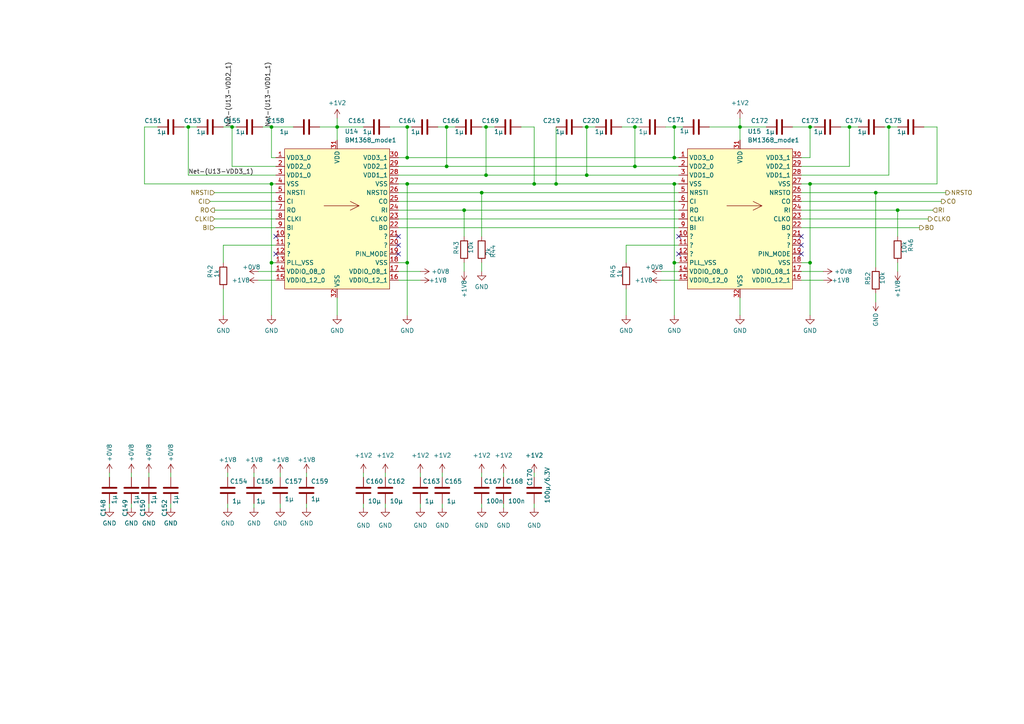
<source format=kicad_sch>
(kicad_sch (version 20231120) (generator "eeschema") (generator_version "8.0")
  (paper "A4")
  (lib_symbols
    (symbol "Device:C" (pin_numbers hide) (pin_names (offset 0.254))
      (property "Reference" "C" (at 0.635 2.54 0))
      (property "Value" "C" (at 0.635 -2.54 0))
      (symbol "C_0_1"
        (polyline (pts (xy -2.032 -0.762) (xy 2.032 -0.762)) (stroke (width 0.508)))
        (polyline (pts (xy -2.032 0.762) (xy 2.032 0.762)) (stroke (width 0.508)))
      )
      (symbol "C_1_1"
        (pin passive line (at 0 3.81 270) (length 2.794) (name "~") (number "1"))
        (pin passive line (at 0 -3.81 90) (length 2.794) (name "~") (number "2"))
      )
    )
    (symbol "Device:R" (pin_numbers hide) (pin_names (offset 0))
      (property "Reference" "R" (at 2.032 0 90))
      (property "Value" "R" (at 0 0 90))
      (symbol "R_0_1"
        (rectangle (start -1.016 -2.54) (end 1.016 2.54) (stroke (width 0.254)))
      )
      (symbol "R_1_1"
        (pin passive line (at 0 3.81 270) (length 1.27) (name "~") (number "1"))
        (pin passive line (at 0 -3.81 90) (length 1.27) (name "~") (number "2"))
      )
    )
    (symbol "GND_7" (power) (pin_names (offset 0))
      (property "Value" "GND_7" (at 0 -3.81 0))
      (symbol "GND_7_0_1"
        (polyline (pts (xy 0 0) (xy 0 -1.27) (xy 1.27 -1.27) (xy 0 -2.54) (xy -1.27 -1.27) (xy 0 -1.27)))
      )
      (symbol "GND_7_1_1"
        (pin power_in line (at 0 0 270) (length 0) hide (name "GND") (number "1"))
      )
    )
    (symbol "mylib7:+0V8" (power) (exclude_from_sim yes) (in_bom no) (on_board no)
      (property "Value" "+0V8" (at 0 3.175 90))
      (symbol "+0V8_0_1"
        (polyline (pts (xy -0.762 1.27) (xy 0 2.54)))
        (polyline (pts (xy 0 0) (xy 0 2.54)))
        (polyline (pts (xy 0 2.54) (xy 0.762 1.27)))
      )
      (symbol "+0V8_1_1"
        (pin power_in line (at 0 0 90) (length 0) hide (name "+0V8") (number "1"))
      )
    )
    (symbol "mylib7:BM1368_mode1"
      (property "Reference" "U4" (at -15.24 21.59 0))
      (property "Value" "BM1368_mode1" (at 1.905 21.59 0))
      (symbol "BM1368_mode1_0_1"
        (rectangle (start -15.24 20.32) (end 15.24 -20.32) (fill (type background)))
        (polyline (pts (xy -3.81 3.81) (xy 6.35 3.81)))
        (polyline (pts (xy 3.81 2.54) (xy 6.35 3.81)))
        (polyline (pts (xy 3.81 5.08) (xy 6.35 3.81)))
      )
      (symbol "BM1368_mode1_1_1"
        (pin power_in line (at -17.78 17.78 0) (length 2.54) (name "VDD3_0") (number "1"))
        (pin unspecified line (at -17.78 -5.08 0) (length 2.54) (name "?") (number "10"))
        (pin unspecified line (at -17.78 -7.62 0) (length 2.54) (name "?") (number "11"))
        (pin unspecified line (at -17.78 -10.16 0) (length 2.54) (name "?") (number "12"))
        (pin power_in line (at -17.78 -12.7 0) (length 2.54) (name "PLL_VSS") (number "13"))
        (pin power_in line (at -17.78 -15.24 0) (length 2.54) (name "VDDIO_08_0") (number "14"))
        (pin power_in line (at -17.78 -17.78 0) (length 2.54) (name "VDDIO_12_0") (number "15"))
        (pin power_in line (at 17.78 -17.78 180) (length 2.54) (name "VDDIO_12_1") (number "16"))
        (pin power_in line (at 17.78 -15.24 180) (length 2.54) (name "VDDIO_08_1") (number "17"))
        (pin power_in line (at 17.78 -12.7 180) (length 2.54) (name "VSS") (number "18"))
        (pin input line (at 17.78 -10.16 180) (length 2.54) (name "PIN_MODE") (number "19"))
        (pin power_in line (at -17.78 15.24 0) (length 2.54) (name "VDD2_0") (number "2"))
        (pin unspecified line (at 17.78 -7.62 180) (length 2.54) (name "?") (number "20"))
        (pin unspecified line (at 17.78 -5.08 180) (length 2.54) (name "?") (number "21"))
        (pin output line (at 17.78 -2.54 180) (length 2.54) (name "BO") (number "22"))
        (pin output line (at 17.78 0 180) (length 2.54) (name "CLKO") (number "23"))
        (pin input line (at 17.78 2.54 180) (length 2.54) (name "RI") (number "24"))
        (pin output line (at 17.78 5.08 180) (length 2.54) (name "CO") (number "25"))
        (pin output line (at 17.78 7.62 180) (length 2.54) (name "NRSTO") (number "26"))
        (pin power_in line (at 17.78 10.16 180) (length 2.54) (name "VSS") (number "27"))
        (pin power_in line (at 17.78 12.7 180) (length 2.54) (name "VDD1_1") (number "28"))
        (pin power_in line (at 17.78 15.24 180) (length 2.54) (name "VDD2_1") (number "29"))
        (pin power_in line (at -17.78 12.7 0) (length 2.54) (name "VDD1_0") (number "3"))
        (pin power_in line (at 17.78 17.78 180) (length 2.54) (name "VDD3_1") (number "30"))
        (pin power_in line (at 0 22.86 270) (length 2.54) (name "VDD") (number "31"))
        (pin power_in line (at 0 -22.86 90) (length 2.54) (name "VSS") (number "32"))
        (pin power_in line (at -17.78 10.16 0) (length 2.54) (name "VSS") (number "4"))
        (pin input line (at -17.78 7.62 0) (length 2.54) (name "NRSTI") (number "5"))
        (pin input line (at -17.78 5.08 0) (length 2.54) (name "CI") (number "6"))
        (pin output line (at -17.78 2.54 0) (length 2.54) (name "RO") (number "7"))
        (pin input line (at -17.78 0 0) (length 2.54) (name "CLKI") (number "8"))
        (pin input line (at -17.78 -2.54 0) (length 2.54) (name "BI") (number "9"))
      )
    )
    (symbol "power:+1V2" (power) (pin_names (offset 0))
      (property "Value" "+1V2" (at 0 3.556 0))
      (symbol "+1V2_0_1"
        (polyline (pts (xy -0.762 1.27) (xy 0 2.54)))
        (polyline (pts (xy 0 0) (xy 0 2.54)))
        (polyline (pts (xy 0 2.54) (xy 0.762 1.27)))
      )
      (symbol "+1V2_1_1"
        (pin power_in line (at 0 0 90) (length 0) hide (name "+1V2") (number "1"))
      )
    )
    (symbol "power:+1V8" (power) (pin_names (offset 0))
      (property "Value" "+1V8" (at 0 3.556 0))
      (symbol "+1V8_0_1"
        (polyline (pts (xy -0.762 1.27) (xy 0 2.54)))
        (polyline (pts (xy 0 0) (xy 0 2.54)))
        (polyline (pts (xy 0 2.54) (xy 0.762 1.27)))
      )
      (symbol "+1V8_1_1"
        (pin power_in line (at 0 0 90) (length 0) hide (name "+1V8") (number "1"))
      )
    )
    (symbol "power:GND" (power) (pin_names (offset 0))
      (property "Value" "GND" (at 0 -3.81 0))
      (symbol "GND_0_1"
        (polyline (pts (xy 0 0) (xy 0 -1.27) (xy 1.27 -1.27) (xy 0 -2.54) (xy -1.27 -1.27) (xy 0 -1.27)))
      )
      (symbol "GND_1_1"
        (pin power_in line (at 0 0 270) (length 0) hide (name "GND") (number "1"))
      )
    )
  )
  (junction (at 118.11 45.72))
  (junction (at 184.15 36.83))
  (junction (at 67.31 36.83))
  (junction (at 118.11 36.83))
  (junction (at 170.18 50.8))
  (junction (at 246.38 36.83))
  (junction (at 257.81 36.83))
  (junction (at 78.74 76.2))
  (junction (at 140.97 50.8))
  (junction (at 154.94 53.34))
  (junction (at 195.58 36.83))
  (junction (at 139.7 55.88))
  (junction (at 134.62 60.96))
  (junction (at 234.95 53.34))
  (junction (at 234.95 76.2))
  (junction (at 97.79 36.83))
  (junction (at 254 55.88))
  (junction (at 78.74 36.83))
  (junction (at 195.58 45.72))
  (junction (at 129.54 36.83))
  (junction (at 184.15 48.26))
  (junction (at 118.11 53.34))
  (junction (at 214.63 36.83))
  (junction (at 78.74 53.34))
  (junction (at 195.58 76.2))
  (junction (at 118.11 76.2))
  (junction (at 140.97 36.83))
  (junction (at 260.35 60.96))
  (junction (at 234.95 36.83))
  (junction (at 129.54 48.26))
  (junction (at 54.61 36.83))
  (junction (at 170.18 36.83))
  (junction (at 161.29 53.34))
  (junction (at 195.58 53.34))
  (no_connect (at 196.85 68.58))
  (no_connect (at 115.57 68.58))
  (no_connect (at 115.57 73.66))
  (no_connect (at 196.85 73.66))
  (no_connect (at 232.41 73.66))
  (no_connect (at 115.57 71.12))
  (no_connect (at 232.41 71.12))
  (no_connect (at 80.01 68.58))
  (no_connect (at 80.01 73.66))
  (no_connect (at 232.41 68.58))
  (wire (pts (xy 115.57 50.8) (xy 140.97 50.8)))
  (wire (pts (xy 139.7 146.05) (xy 139.7 147.32)))
  (wire (pts (xy 170.18 36.83) (xy 172.72 36.83)))
  (wire (pts (xy 260.35 60.96) (xy 260.35 68.58)))
  (wire (pts (xy 271.78 53.34) (xy 271.78 36.83)))
  (wire (pts (xy 196.85 53.34) (xy 195.58 53.34)))
  (wire (pts (xy 154.94 36.83) (xy 151.13 36.83)))
  (wire (pts (xy 234.95 53.34) (xy 234.95 76.2)))
  (wire (pts (xy 246.38 48.26) (xy 246.38 36.83)))
  (wire (pts (xy 74.93 81.28) (xy 80.01 81.28)))
  (wire (pts (xy 234.95 53.34) (xy 271.78 53.34)))
  (wire (pts (xy 181.61 71.12) (xy 196.85 71.12)))
  (wire (pts (xy 214.63 34.29) (xy 214.63 36.83)))
  (wire (pts (xy 88.9 146.05) (xy 88.9 147.32)))
  (wire (pts (xy 121.92 146.05) (xy 121.92 147.32)))
  (wire (pts (xy 234.95 36.83) (xy 236.22 36.83)))
  (wire (pts (xy 191.77 81.28) (xy 196.85 81.28)))
  (wire (pts (xy 260.35 76.2) (xy 260.35 78.74)))
  (wire (pts (xy 232.41 53.34) (xy 234.95 53.34)))
  (wire (pts (xy 134.62 60.96) (xy 196.85 60.96)))
  (wire (pts (xy 254 55.88) (xy 254 77.47)))
  (wire (pts (xy 97.79 34.29) (xy 97.79 36.83)))
  (wire (pts (xy 198.12 36.83) (xy 195.58 36.83)))
  (wire (pts (xy 181.61 83.82) (xy 181.61 91.44)))
  (wire (pts (xy 195.58 76.2) (xy 195.58 91.44)))
  (wire (pts (xy 88.9 138.43) (xy 88.9 137.16)))
  (wire (pts (xy 97.79 86.36) (xy 97.79 91.44)))
  (wire (pts (xy 161.29 53.34) (xy 195.58 53.34)))
  (wire (pts (xy 154.94 53.34) (xy 154.94 36.83)))
  (wire (pts (xy 139.7 36.83) (xy 140.97 36.83)))
  (wire (pts (xy 118.11 53.34) (xy 154.94 53.34)))
  (wire (pts (xy 154.94 53.34) (xy 161.29 53.34)))
  (wire (pts (xy 118.11 76.2) (xy 118.11 91.44)))
  (wire (pts (xy 43.18 137.16) (xy 43.18 138.43)))
  (wire (pts (xy 78.74 76.2) (xy 78.74 91.44)))
  (wire (pts (xy 78.74 53.34) (xy 78.74 76.2)))
  (wire (pts (xy 78.74 53.34) (xy 41.91 53.34)))
  (wire (pts (xy 128.27 146.05) (xy 128.27 147.32)))
  (wire (pts (xy 49.53 137.16) (xy 49.53 138.43)))
  (wire (pts (xy 64.77 71.12) (xy 64.77 76.2)))
  (wire (pts (xy 67.31 36.83) (xy 68.58 36.83)))
  (wire (pts (xy 115.57 66.04) (xy 196.85 66.04)))
  (wire (pts (xy 128.27 137.16) (xy 128.27 138.43)))
  (wire (pts (xy 73.66 137.16) (xy 73.66 138.43)))
  (wire (pts (xy 134.62 60.96) (xy 134.62 68.58)))
  (wire (pts (xy 191.77 78.74) (xy 196.85 78.74)))
  (wire (pts (xy 97.79 36.83) (xy 97.79 40.64)))
  (wire (pts (xy 271.78 36.83) (xy 267.97 36.83)))
  (wire (pts (xy 113.03 36.83) (xy 118.11 36.83)))
  (wire (pts (xy 115.57 45.72) (xy 118.11 45.72)))
  (wire (pts (xy 234.95 45.72) (xy 234.95 36.83)))
  (wire (pts (xy 31.75 137.16) (xy 31.75 138.43)))
  (wire (pts (xy 41.91 53.34) (xy 41.91 36.83)))
  (wire (pts (xy 111.76 146.05) (xy 111.76 147.32)))
  (wire (pts (xy 154.94 137.16) (xy 154.94 138.43)))
  (wire (pts (xy 170.18 50.8) (xy 196.85 50.8)))
  (wire (pts (xy 81.28 138.43) (xy 81.28 137.16)))
  (wire (pts (xy 129.54 48.26) (xy 129.54 36.83)))
  (wire (pts (xy 54.61 36.83) (xy 57.15 36.83)))
  (wire (pts (xy 115.57 78.74) (xy 121.92 78.74)))
  (wire (pts (xy 232.41 76.2) (xy 234.95 76.2)))
  (wire (pts (xy 78.74 36.83) (xy 85.09 36.83)))
  (wire (pts (xy 31.75 146.05) (xy 31.75 147.32)))
  (wire (pts (xy 184.15 36.83) (xy 184.15 48.26)))
  (wire (pts (xy 129.54 48.26) (xy 184.15 48.26)))
  (wire (pts (xy 64.77 71.12) (xy 80.01 71.12)))
  (wire (pts (xy 254 55.88) (xy 274.32 55.88)))
  (wire (pts (xy 269.24 63.5) (xy 232.41 63.5)))
  (wire (pts (xy 38.1 146.05) (xy 38.1 147.32)))
  (wire (pts (xy 54.61 50.8) (xy 80.01 50.8)))
  (wire (pts (xy 115.57 53.34) (xy 118.11 53.34)))
  (wire (pts (xy 54.61 50.8) (xy 54.61 36.83)))
  (wire (pts (xy 115.57 81.28) (xy 121.92 81.28)))
  (wire (pts (xy 38.1 137.16) (xy 38.1 138.43)))
  (wire (pts (xy 257.81 36.83) (xy 260.35 36.83)))
  (wire (pts (xy 181.61 71.12) (xy 181.61 76.2)))
  (wire (pts (xy 161.29 36.83) (xy 161.29 53.34)))
  (wire (pts (xy 195.58 76.2) (xy 196.85 76.2)))
  (wire (pts (xy 256.54 36.83) (xy 257.81 36.83)))
  (wire (pts (xy 232.41 81.28) (xy 238.76 81.28)))
  (wire (pts (xy 180.34 36.83) (xy 184.15 36.83)))
  (wire (pts (xy 232.41 66.04) (xy 266.7 66.04)))
  (wire (pts (xy 146.05 137.16) (xy 146.05 138.43)))
  (wire (pts (xy 64.77 83.82) (xy 64.77 91.44)))
  (wire (pts (xy 214.63 36.83) (xy 222.25 36.83)))
  (wire (pts (xy 170.18 36.83) (xy 170.18 50.8)))
  (wire (pts (xy 62.23 63.5) (xy 80.01 63.5)))
  (wire (pts (xy 195.58 45.72) (xy 196.85 45.72)))
  (wire (pts (xy 140.97 36.83) (xy 143.51 36.83)))
  (wire (pts (xy 41.91 36.83) (xy 45.72 36.83)))
  (wire (pts (xy 195.58 53.34) (xy 195.58 76.2)))
  (wire (pts (xy 115.57 58.42) (xy 196.85 58.42)))
  (wire (pts (xy 127 36.83) (xy 129.54 36.83)))
  (wire (pts (xy 140.97 50.8) (xy 170.18 50.8)))
  (wire (pts (xy 232.41 48.26) (xy 246.38 48.26)))
  (wire (pts (xy 67.31 48.26) (xy 67.31 36.83)))
  (wire (pts (xy 115.57 48.26) (xy 129.54 48.26)))
  (wire (pts (xy 168.91 36.83) (xy 170.18 36.83)))
  (wire (pts (xy 115.57 60.96) (xy 134.62 60.96)))
  (wire (pts (xy 78.74 45.72) (xy 80.01 45.72)))
  (wire (pts (xy 139.7 76.2) (xy 139.7 78.74)))
  (wire (pts (xy 74.93 78.74) (xy 80.01 78.74)))
  (wire (pts (xy 43.18 146.05) (xy 43.18 147.32)))
  (wire (pts (xy 232.41 45.72) (xy 234.95 45.72)))
  (wire (pts (xy 205.74 36.83) (xy 214.63 36.83)))
  (wire (pts (xy 111.76 137.16) (xy 111.76 138.43)))
  (wire (pts (xy 62.23 66.04) (xy 80.01 66.04)))
  (wire (pts (xy 118.11 36.83) (xy 119.38 36.83)))
  (wire (pts (xy 64.77 36.83) (xy 67.31 36.83)))
  (wire (pts (xy 118.11 45.72) (xy 195.58 45.72)))
  (wire (pts (xy 214.63 86.36) (xy 214.63 91.44)))
  (wire (pts (xy 195.58 36.83) (xy 195.58 45.72)))
  (wire (pts (xy 254 85.09) (xy 254 87.63)))
  (wire (pts (xy 67.31 48.26) (xy 80.01 48.26)))
  (wire (pts (xy 105.41 137.16) (xy 105.41 138.43)))
  (wire (pts (xy 232.41 78.74) (xy 238.76 78.74)))
  (wire (pts (xy 92.71 36.83) (xy 97.79 36.83)))
  (wire (pts (xy 115.57 63.5) (xy 196.85 63.5)))
  (wire (pts (xy 62.23 60.96) (xy 80.01 60.96)))
  (wire (pts (xy 105.41 146.05) (xy 105.41 147.32)))
  (wire (pts (xy 140.97 50.8) (xy 140.97 36.83)))
  (wire (pts (xy 229.87 36.83) (xy 234.95 36.83)))
  (wire (pts (xy 73.66 146.05) (xy 73.66 147.32)))
  (wire (pts (xy 243.84 36.83) (xy 246.38 36.83)))
  (wire (pts (xy 134.62 76.2) (xy 134.62 78.74)))
  (wire (pts (xy 139.7 55.88) (xy 196.85 55.88)))
  (wire (pts (xy 234.95 76.2) (xy 234.95 91.44)))
  (wire (pts (xy 129.54 36.83) (xy 132.08 36.83)))
  (wire (pts (xy 53.34 36.83) (xy 54.61 36.83)))
  (wire (pts (xy 49.53 146.05) (xy 49.53 147.32)))
  (wire (pts (xy 214.63 36.83) (xy 214.63 40.64)))
  (wire (pts (xy 139.7 55.88) (xy 139.7 68.58)))
  (wire (pts (xy 78.74 76.2) (xy 80.01 76.2)))
  (wire (pts (xy 118.11 45.72) (xy 118.11 36.83)))
  (wire (pts (xy 232.41 60.96) (xy 260.35 60.96)))
  (wire (pts (xy 273.05 58.42) (xy 232.41 58.42)))
  (wire (pts (xy 66.04 146.05) (xy 66.04 147.32)))
  (wire (pts (xy 115.57 55.88) (xy 139.7 55.88)))
  (wire (pts (xy 184.15 36.83) (xy 185.42 36.83)))
  (wire (pts (xy 81.28 146.05) (xy 81.28 147.32)))
  (wire (pts (xy 257.81 50.8) (xy 257.81 36.83)))
  (wire (pts (xy 232.41 55.88) (xy 254 55.88)))
  (wire (pts (xy 60.96 58.42) (xy 80.01 58.42)))
  (wire (pts (xy 139.7 137.16) (xy 139.7 138.43)))
  (wire (pts (xy 76.2 36.83) (xy 78.74 36.83)))
  (wire (pts (xy 115.57 76.2) (xy 118.11 76.2)))
  (wire (pts (xy 193.04 36.83) (xy 195.58 36.83)))
  (wire (pts (xy 121.92 137.16) (xy 121.92 138.43)))
  (wire (pts (xy 146.05 146.05) (xy 146.05 147.32)))
  (wire (pts (xy 232.41 50.8) (xy 257.81 50.8)))
  (wire (pts (xy 118.11 53.34) (xy 118.11 76.2)))
  (wire (pts (xy 184.15 48.26) (xy 196.85 48.26)))
  (wire (pts (xy 246.38 36.83) (xy 248.92 36.83)))
  (wire (pts (xy 260.35 60.96) (xy 270.51 60.96)))
  (wire (pts (xy 97.79 36.83) (xy 105.41 36.83)))
  (wire (pts (xy 66.04 137.16) (xy 66.04 138.43)))
  (wire (pts (xy 78.74 36.83) (xy 78.74 45.72)))
  (wire (pts (xy 80.01 53.34) (xy 78.74 53.34)))
  (wire (pts (xy 62.23 55.88) (xy 80.01 55.88)))
  (wire (pts (xy 154.94 146.05) (xy 154.94 147.32)))
  (label "Net-(U13-VDD3_1)" (at 54.61 50.8 0))
  (label "Net-(U13-VDD2_1)" (at 67.31 36.83 90))
  (label "Net-(U13-VDD1_1)" (at 78.74 36.83 90))
  (hierarchical_label "NRSTO" (shape output) (at 274.32 55.88 0))
  (hierarchical_label "RI" (shape input) (at 270.51 60.96 0))
  (hierarchical_label "BI" (shape input) (at 62.23 66.04 180))
  (hierarchical_label "CLKO" (shape output) (at 269.24 63.5 0))
  (hierarchical_label "CI" (shape input) (at 60.96 58.42 180))
  (hierarchical_label "BO" (shape output) (at 266.7 66.04 0))
  (hierarchical_label "CO" (shape output) (at 273.05 58.42 0))
  (hierarchical_label "RO" (shape output) (at 62.23 60.96 180))
  (hierarchical_label "NRSTI" (shape input) (at 62.23 55.88 180))
  (hierarchical_label "CLKI" (shape input) (at 62.23 63.5 180))
  (symbol (lib_id "power:+1V2") (at 139.7 137.16 0) (unit 1)
    (property "Reference" "#PWR0303" (effects (hide yes)))
    (property "Value" "+1V2" (at 139.7 132.08 0))
  )
  (symbol (lib_id "Device:C") (at 123.19 36.83 90) (unit 1)
    (property "Reference" "C164" (at 120.65 34.29 90) (effects (justify left bottom)))
    (property "Value" "1µ" (at 121.92 37.465 90) (effects (justify left bottom)))
    (property "Footprint" "Capacitor_SMD:C_0805_2012Metric" (effects (hide yes)))
  )
  (symbol (lib_id "power:GND") (at 64.77 91.44 0) (mirror y) (unit 1)
    (property "Reference" "#PWR0278" (effects (hide yes)))
    (property "Value" "GND" (at 64.77 95.885 0))
  )
  (symbol (lib_id "Device:C") (at 121.92 142.24 0) (unit 1)
    (property "Reference" "C163" (at 122.555 140.335 0) (effects (justify left bottom)))
    (property "Value" "1µ" (at 123.19 146.05 0) (effects (justify left bottom)))
    (property "Footprint" "Capacitor_SMD:C_0805_2012Metric" (effects (hide yes)))
  )
  (symbol (lib_id "power:+1V8") (at 88.9 137.16 0) (unit 1)
    (property "Reference" "#PWR0287" (effects (hide yes)))
    (property "Value" "+1V8" (at 88.9 133.35 0))
  )
  (symbol (lib_id "power:+1V8") (at 81.28 137.16 0) (unit 1)
    (property "Reference" "#PWR0285" (effects (hide yes)))
    (property "Value" "+1V8" (at 81.28 133.35 0))
  )
  (symbol (lib_id "Device:C") (at 165.1 36.83 90) (unit 1)
    (property "Reference" "C219" (at 162.56 34.29 90) (effects (justify left bottom)))
    (property "Value" "1µ" (at 163.83 37.465 90) (effects (justify left bottom)))
    (property "Footprint" "Capacitor_SMD:C_0805_2012Metric" (effects (hide yes)))
  )
  (symbol (lib_id "Device:C") (at 264.16 36.83 90) (unit 1)
    (property "Reference" "C175" (at 261.62 34.29 90) (effects (justify left bottom)))
    (property "Value" "1µ" (at 262.89 37.465 90) (effects (justify left bottom)))
    (property "Footprint" "Capacitor_SMD:C_0805_2012Metric" (effects (hide yes)))
  )
  (symbol (lib_id "power:GND") (at 139.7 78.74 0) (mirror y) (unit 1)
    (property "Reference" "#PWR0302" (effects (hide yes)))
    (property "Value" "GND" (at 139.7 83.185 0))
  )
  (symbol (lib_id "power:+1V8") (at 134.62 78.74 180) (unit 1)
    (property "Reference" "#PWR0301" (effects (hide yes)))
    (property "Value" "+1V8" (at 134.62 83.82 90))
  )
  (symbol (lib_id "Device:C") (at 66.04 142.24 0) (unit 1)
    (property "Reference" "C154" (at 66.675 140.335 0) (effects (justify left bottom)))
    (property "Value" "1µ" (at 67.31 146.05 0) (effects (justify left bottom)))
    (property "Footprint" "Capacitor_SMD:C_0805_2012Metric" (effects (hide yes)))
  )
  (symbol (lib_id "power:+1V8") (at 73.66 137.16 0) (unit 1)
    (property "Reference" "#PWR0281" (effects (hide yes)))
    (property "Value" "+1V8" (at 73.66 133.35 0))
  )
  (symbol (lib_id "mylib7:+0V8") (at 38.1 137.16 0) (unit 1)
    (property "Reference" "#U027" (effects (hide yes)))
    (property "Value" "+0V8" (at 38.1 133.985 90) (effects (justify left)))
    (property "Distributor" "-" (effects (hide yes)))
  )
  (symbol (lib_id "Device:C") (at 88.9 142.24 0) (unit 1)
    (property "Reference" "C159" (at 90.17 140.335 0) (effects (justify left bottom)))
    (property "Value" "1µ" (at 90.17 145.415 0) (effects (justify left bottom)))
    (property "Footprint" "Capacitor_SMD:C_0805_2012Metric" (effects (hide yes)))
  )
  (symbol (lib_id "power:+1V2") (at 214.63 34.29 0) (unit 1)
    (property "Reference" "#PWR0312" (effects (hide yes)))
    (property "Value" "+1V2" (at 214.63 29.845 0))
  )
  (symbol (lib_id "power:+1V2") (at 128.27 137.16 0) (unit 1)
    (property "Reference" "#PWR0299" (effects (hide yes)))
    (property "Value" "+1V2" (at 128.27 132.08 0))
  )
  (symbol (lib_id "Device:C") (at 109.22 36.83 90) (unit 1)
    (property "Reference" "C161" (at 106.045 34.29 90) (effects (justify left bottom)))
    (property "Value" "1µ" (at 107.95 37.465 90) (effects (justify left bottom)))
    (property "Footprint" "Capacitor_SMD:C_0805_2012Metric" (effects (hide yes)))
  )
  (symbol (lib_id "power:+1V8") (at 121.92 81.28 270) (unit 1)
    (property "Reference" "#PWR0296" (effects (hide yes)))
    (property "Value" "+1V8" (at 127 81.28 90))
  )
  (symbol (lib_id "power:GND") (at 195.58 91.44 0) (mirror y) (unit 1)
    (property "Reference" "#PWR0311" (effects (hide yes)))
    (property "Value" "GND" (at 195.58 95.885 0))
  )
  (symbol (lib_id "mylib7:BM1368_mode1") (at 214.63 63.5 0) (unit 1)
    (property "Reference" "U15" (at 216.8241 38.1 0) (effects (justify left)))
    (property "Value" "BM1368_mode1" (at 216.8241 40.64 0) (effects (justify left)))
    (property "Footprint" "myfootprints:bm1368-package-modified" (effects (hide yes)))
    (property "Distributor" "X" (effects (hide yes)))
  )
  (symbol (lib_id "Device:R") (at 260.35 72.39 0) (unit 1)
    (property "Reference" "R46" (at 264.16 71.12 90))
    (property "Value" "10k" (at 262.255 71.755 90))
    (property "Footprint" "Resistor_SMD:R_0805_2012Metric" (effects (hide yes)))
  )
  (symbol (lib_name "GND_7") (lib_id "power:GND") (at 121.92 147.32 0) (unit 1)
    (property "Reference" "#PWR0298" (effects (hide yes)))
    (property "Value" "GND" (at 121.92 152.4 0))
  )
  (symbol (lib_id "power:GND") (at 78.74 91.44 0) (mirror y) (unit 1)
    (property "Reference" "#PWR0284" (effects (hide yes)))
    (property "Value" "GND" (at 78.74 95.885 0))
  )
  (symbol (lib_id "Device:C") (at 240.03 36.83 90) (unit 1)
    (property "Reference" "C173" (at 237.49 34.29 90) (effects (justify left bottom)))
    (property "Value" "1µ" (at 238.76 37.465 90) (effects (justify left bottom)))
    (property "Footprint" "Capacitor_SMD:C_0805_2012Metric" (effects (hide yes)))
  )
  (symbol (lib_id "mylib7:+0V8") (at 74.93 78.74 90) (unit 1)
    (property "Reference" "#U032" (effects (hide yes)))
    (property "Value" "+0V8" (at 75.565 77.47 90) (effects (justify left)))
    (property "Distributor" "-" (effects (hide yes)))
  )
  (symbol (lib_id "power:+1V8") (at 74.93 81.28 90) (unit 1)
    (property "Reference" "#PWR0283" (effects (hide yes)))
    (property "Value" "+1V8" (at 69.85 81.28 90))
  )
  (symbol (lib_id "power:+1V2") (at 105.41 137.16 0) (unit 1)
    (property "Reference" "#PWR0291" (effects (hide yes)))
    (property "Value" "+1V2" (at 105.41 132.08 0))
  )
  (symbol (lib_id "power:GND") (at 43.18 147.32 0) (mirror y) (unit 1)
    (property "Reference" "#PWR0276" (effects (hide yes)))
    (property "Value" "GND" (at 43.18 151.765 0))
  )
  (symbol (lib_id "Device:C") (at 73.66 142.24 0) (unit 1)
    (property "Reference" "C156" (at 74.295 140.335 0) (effects (justify left bottom)))
    (property "Value" "1µ" (at 74.295 146.05 0) (effects (justify left bottom)))
    (property "Footprint" "Capacitor_SMD:C_0805_2012Metric" (effects (hide yes)))
  )
  (symbol (lib_id "power:+1V2") (at 121.92 137.16 0) (unit 1)
    (property "Reference" "#PWR0297" (effects (hide yes)))
    (property "Value" "+1V2" (at 121.92 132.08 0))
  )
  (symbol (lib_id "power:GND") (at 73.66 147.32 0) (mirror y) (unit 1)
    (property "Reference" "#PWR0282" (effects (hide yes)))
    (property "Value" "GND" (at 73.66 151.765 0))
  )
  (symbol (lib_id "power:+1V2") (at 154.94 137.16 0) (unit 1)
    (property "Reference" "#PWR0308" (effects (hide yes)))
    (property "Value" "+1V2" (at 154.94 132.08 0))
  )
  (symbol (lib_id "Device:C") (at 176.53 36.83 90) (unit 1)
    (property "Reference" "C220" (at 173.99 34.29 90) (effects (justify left bottom)))
    (property "Value" "1µ" (at 175.26 37.465 90) (effects (justify left bottom)))
    (property "Footprint" "Capacitor_SMD:C_0805_2012Metric" (effects (hide yes)))
  )
  (symbol (lib_id "power:+1V2") (at 97.79 34.29 0) (unit 1)
    (property "Reference" "#PWR0289" (effects (hide yes)))
    (property "Value" "+1V2" (at 97.79 29.845 0))
  )
  (symbol (lib_name "GND_7") (lib_id "power:GND") (at 105.41 147.32 0) (unit 1)
    (property "Reference" "#PWR0292" (effects (hide yes)))
    (property "Value" "GND" (at 105.41 152.4 0))
  )
  (symbol (lib_id "Device:C") (at 135.89 36.83 90) (unit 1)
    (property "Reference" "C166" (at 133.35 34.29 90) (effects (justify left bottom)))
    (property "Value" "1µ" (at 134.62 37.465 90) (effects (justify left bottom)))
    (property "Footprint" "Capacitor_SMD:C_0805_2012Metric" (effects (hide yes)))
  )
  (symbol (lib_name "GND_7") (lib_id "power:GND") (at 146.05 147.32 0) (unit 1)
    (property "Reference" "#PWR0307" (effects (hide yes)))
    (property "Value" "GND" (at 146.05 152.4 0))
  )
  (symbol (lib_id "mylib7:BM1368_mode1") (at 97.79 63.5 0) (unit 1)
    (property "Reference" "U14" (at 99.9841 38.1 0) (effects (justify left)))
    (property "Value" "BM1368_mode1" (at 99.9841 40.64 0) (effects (justify left)))
    (property "Footprint" "myfootprints:bm1368-package-modified" (effects (hide yes)))
    (property "Distributor" "X" (effects (hide yes)))
  )
  (symbol (lib_id "Device:C") (at 189.23 36.83 90) (unit 1)
    (property "Reference" "C221" (at 186.69 34.29 90) (effects (justify left bottom)))
    (property "Value" "1µ" (at 187.96 37.465 90) (effects (justify left bottom)))
    (property "Footprint" "Capacitor_SMD:C_0805_2012Metric" (effects (hide yes)))
  )
  (symbol (lib_id "power:GND") (at 81.28 147.32 0) (mirror y) (unit 1)
    (property "Reference" "#PWR0286" (effects (hide yes)))
    (property "Value" "GND" (at 81.28 151.765 0))
  )
  (symbol (lib_id "Device:C") (at 43.18 142.24 180) (unit 1)
    (property "Reference" "C150" (at 40.64 144.78 90) (effects (justify left bottom)))
    (property "Value" "1µ" (at 43.815 143.51 90) (effects (justify left bottom)))
    (property "Footprint" "Capacitor_SMD:C_0805_2012Metric" (effects (hide yes)))
  )
  (symbol (lib_id "Device:C") (at 49.53 36.83 90) (unit 1)
    (property "Reference" "C151" (at 46.99 34.29 90) (effects (justify left bottom)))
    (property "Value" "1µ" (at 48.26 37.465 90) (effects (justify left bottom)))
    (property "Footprint" "Capacitor_SMD:C_0805_2012Metric" (effects (hide yes)))
  )
  (symbol (lib_id "mylib7:+0V8") (at 191.77 78.74 90) (unit 1)
    (property "Reference" "#U035" (effects (hide yes)))
    (property "Value" "+0V8" (at 192.405 77.47 90) (effects (justify left)))
    (property "Distributor" "-" (effects (hide yes)))
  )
  (symbol (lib_id "power:+1V8") (at 260.35 78.74 180) (unit 1)
    (property "Reference" "#PWR0316" (effects (hide yes)))
    (property "Value" "+1V8" (at 260.35 83.82 90))
  )
  (symbol (lib_id "Device:C") (at 111.76 142.24 0) (unit 1)
    (property "Reference" "C162" (at 112.395 140.335 0) (effects (justify left bottom)))
    (property "Value" "10µ" (at 113.03 146.05 0) (effects (justify left bottom)))
    (property "Footprint" "Capacitor_SMD:C_0805_2012Metric" (effects (hide yes)))
    (property "Distributor" "D" (effects (hide yes)))
    (property "Manufacturer" "C2012X5R1E106K125AB" (effects (hide yes)))
    (property "OrderNr" "445-5984-1-ND" (effects (hide yes)))
  )
  (symbol (lib_id "power:+1V8") (at 191.77 81.28 90) (unit 1)
    (property "Reference" "#PWR0310" (effects (hide yes)))
    (property "Value" "+1V8" (at 186.69 81.28 90))
  )
  (symbol (lib_id "mylib7:+0V8") (at 43.18 137.16 0) (unit 1)
    (property "Reference" "#U028" (effects (hide yes)))
    (property "Value" "+0V8" (at 43.18 133.985 90) (effects (justify left)))
    (property "Distributor" "-" (effects (hide yes)))
  )
  (symbol (lib_id "Device:C") (at 201.93 36.83 90) (unit 1)
    (property "Reference" "C171" (at 198.628 34.036 90) (effects (justify left bottom)))
    (property "Value" "1µ" (at 199.898 37.211 90) (effects (justify left bottom)))
    (property "Footprint" "Capacitor_SMD:C_0805_2012Metric" (effects (hide yes)))
  )
  (symbol (lib_id "Device:R") (at 254 81.28 0) (unit 1)
    (property "Reference" "R52" (at 251.714 80.772 90))
    (property "Value" "10k" (at 255.905 80.645 90))
    (property "Footprint" "Resistor_SMD:R_0805_2012Metric" (effects (hide yes)))
  )
  (symbol (lib_id "Device:C") (at 60.96 36.83 90) (unit 1)
    (property "Reference" "C153" (at 58.42 34.29 90) (effects (justify left bottom)))
    (property "Value" "1µ" (at 59.69 37.465 90) (effects (justify left bottom)))
    (property "Footprint" "Capacitor_SMD:C_0805_2012Metric" (effects (hide yes)))
  )
  (symbol (lib_id "Device:C") (at 147.32 36.83 90) (unit 1)
    (property "Reference" "C169" (at 144.78 34.29 90) (effects (justify left bottom)))
    (property "Value" "1µ" (at 146.05 37.465 90) (effects (justify left bottom)))
    (property "Footprint" "Capacitor_SMD:C_0805_2012Metric" (effects (hide yes)))
  )
  (symbol (lib_id "power:GND") (at 31.75 147.32 0) (mirror y) (unit 1)
    (property "Reference" "#PWR0274" (effects (hide yes)))
    (property "Value" "GND" (at 31.75 151.765 0))
  )
  (symbol (lib_name "GND_7") (lib_id "power:GND") (at 128.27 147.32 0) (unit 1)
    (property "Reference" "#PWR0300" (effects (hide yes)))
    (property "Value" "GND" (at 128.27 152.4 0))
  )
  (symbol (lib_id "mylib7:+0V8") (at 31.75 137.16 0) (unit 1)
    (property "Reference" "#U026" (effects (hide yes)))
    (property "Value" "+0V8" (at 31.75 133.985 90) (effects (justify left)))
    (property "Distributor" "-" (effects (hide yes)))
  )
  (symbol (lib_id "Device:R") (at 64.77 80.01 0) (mirror y) (unit 1)
    (property "Reference" "R42" (at 60.96 78.74 90))
    (property "Value" "1k" (at 62.865 79.375 90))
    (property "Footprint" "Resistor_SMD:R_0805_2012Metric" (effects (hide yes)))
  )
  (symbol (lib_id "mylib7:+0V8") (at 121.92 78.74 270) (unit 1)
    (property "Reference" "#U033" (effects (hide yes)))
    (property "Value" "+0V8" (at 125.095 78.74 90) (effects (justify left)))
    (property "Distributor" "-" (effects (hide yes)))
  )
  (symbol (lib_id "Device:C") (at 31.75 142.24 180) (unit 1)
    (property "Reference" "C148" (at 29.21 144.78 90) (effects (justify left bottom)))
    (property "Value" "1µ" (at 32.385 143.51 90) (effects (justify left bottom)))
    (property "Footprint" "Capacitor_SMD:C_0805_2012Metric" (effects (hide yes)))
  )
  (symbol (lib_id "Device:C") (at 38.1 142.24 180) (unit 1)
    (property "Reference" "C149" (at 35.56 144.78 90) (effects (justify left bottom)))
    (property "Value" "1µ" (at 38.735 143.51 90) (effects (justify left bottom)))
    (property "Footprint" "Capacitor_SMD:C_0805_2012Metric" (effects (hide yes)))
  )
  (symbol (lib_id "power:GND") (at 118.11 91.44 0) (mirror y) (unit 1)
    (property "Reference" "#PWR0295" (effects (hide yes)))
    (property "Value" "GND" (at 118.11 95.885 0))
  )
  (symbol (lib_id "power:GND") (at 214.63 91.44 0) (mirror y) (unit 1)
    (property "Reference" "#PWR0313" (effects (hide yes)))
    (property "Value" "GND" (at 214.63 95.885 0))
  )
  (symbol (lib_id "Device:C") (at 146.05 142.24 0) (unit 1)
    (property "Reference" "C168" (at 146.685 140.335 0) (effects (justify left bottom)))
    (property "Value" "100n" (at 147.32 146.05 0) (effects (justify left bottom)))
    (property "Footprint" "Capacitor_SMD:C_0805_2012Metric" (effects (hide yes)))
  )
  (symbol (lib_id "Device:C") (at 49.53 142.24 180) (unit 1)
    (property "Reference" "C152" (at 46.99 144.78 90) (effects (justify left bottom)))
    (property "Value" "1µ" (at 50.165 143.51 90) (effects (justify left bottom)))
    (property "Footprint" "Capacitor_SMD:C_0805_2012Metric" (effects (hide yes)))
  )
  (symbol (lib_name "GND_7") (lib_id "power:GND") (at 111.76 147.32 0) (unit 1)
    (property "Reference" "#PWR0294" (effects (hide yes)))
    (property "Value" "GND" (at 111.76 152.4 0))
  )
  (symbol (lib_id "power:GND") (at 66.04 147.32 0) (mirror y) (unit 1)
    (property "Reference" "#PWR0280" (effects (hide yes)))
    (property "Value" "GND" (at 66.04 151.765 0))
  )
  (symbol (lib_id "power:+1V8") (at 66.04 137.16 0) (unit 1)
    (property "Reference" "#PWR0279" (effects (hide yes)))
    (property "Value" "+1V8" (at 66.04 133.35 0))
  )
  (symbol (lib_id "Device:R") (at 181.61 80.01 0) (mirror y) (unit 1)
    (property "Reference" "R45" (at 177.8 78.74 90))
    (property "Value" "1k" (at 179.705 79.375 90))
    (property "Footprint" "Resistor_SMD:R_0805_2012Metric" (effects (hide yes)))
  )
  (symbol (lib_id "Device:C") (at 88.9 36.83 90) (unit 1)
    (property "Reference" "C158" (at 82.55 34.29 90) (effects (justify left bottom)))
    (property "Value" "1µ" (at 83.82 37.465 90) (effects (justify left bottom)))
    (property "Footprint" "Capacitor_SMD:C_0805_2012Metric" (effects (hide yes)))
  )
  (symbol (lib_id "power:GND") (at 97.79 91.44 0) (mirror y) (unit 1)
    (property "Reference" "#PWR0290" (effects (hide yes)))
    (property "Value" "GND" (at 97.79 95.885 0))
  )
  (symbol (lib_id "Device:R") (at 134.62 72.39 0) (unit 1)
    (property "Reference" "R43" (at 132.334 71.882 90))
    (property "Value" "10k" (at 136.525 71.755 90))
    (property "Footprint" "Resistor_SMD:R_0805_2012Metric" (effects (hide yes)))
  )
  (symbol (lib_id "power:GND") (at 49.53 147.32 0) (mirror y) (unit 1)
    (property "Reference" "#PWR0277" (effects (hide yes)))
    (property "Value" "GND" (at 49.53 151.765 0))
  )
  (symbol (lib_id "Device:C") (at 128.27 142.24 0) (unit 1)
    (property "Reference" "C165" (at 128.905 140.335 0) (effects (justify left bottom)))
    (property "Value" "1µ" (at 129.54 146.05 0) (effects (justify left bottom)))
    (property "Footprint" "Capacitor_SMD:C_0805_2012Metric" (effects (hide yes)))
  )
  (symbol (lib_id "power:GND") (at 38.1 147.32 0) (mirror y) (unit 1)
    (property "Reference" "#PWR0275" (effects (hide yes)))
    (property "Value" "GND" (at 38.1 151.765 0))
  )
  (symbol (lib_id "Device:C") (at 226.06 36.83 90) (unit 1)
    (property "Reference" "C172" (at 222.885 34.29 90) (effects (justify left bottom)))
    (property "Value" "1µ" (at 224.79 37.465 90) (effects (justify left bottom)))
    (property "Footprint" "Capacitor_SMD:C_0805_2012Metric" (effects (hide yes)))
  )
  (symbol (lib_id "Device:C") (at 154.94 142.24 0) (unit 1)
    (property "Reference" "C170" (at 153.67 140.97 90) (effects (justify left)))
    (property "Value" "100µ/6.3V" (at 158.75 146.05 90) (effects (justify left)))
    (property "Footprint" "Capacitor_SMD:C_1210_3225Metric" (effects (hide yes)))
    (property "Distributor" "D" (effects (hide yes)))
    (property "Manufacturer" "C1210C107M8PAC7800" (effects (hide yes)))
    (property "OrderNr" "399-C1210C107M8PAC7800CT-ND" (effects (hide yes)))
  )
  (symbol (lib_id "Device:C") (at 252.73 36.83 90) (unit 1)
    (property "Reference" "C174" (at 250.19 34.29 90) (effects (justify left bottom)))
    (property "Value" "1µ" (at 251.46 37.465 90) (effects (justify left bottom)))
    (property "Footprint" "Capacitor_SMD:C_0805_2012Metric" (effects (hide yes)))
  )
  (symbol (lib_id "power:GND") (at 234.95 91.44 0) (mirror y) (unit 1)
    (property "Reference" "#PWR0314" (effects (hide yes)))
    (property "Value" "GND" (at 234.95 95.885 0))
  )
  (symbol (lib_id "mylib7:+0V8") (at 238.76 78.74 270) (unit 1)
    (property "Reference" "#U036" (effects (hide yes)))
    (property "Value" "+0V8" (at 241.935 78.74 90) (effects (justify left)))
    (property "Distributor" "-" (effects (hide yes)))
  )
  (symbol (lib_id "power:+1V2") (at 146.05 137.16 0) (unit 1)
    (property "Reference" "#PWR0306" (effects (hide yes)))
    (property "Value" "+1V2" (at 146.05 132.08 0))
  )
  (symbol (lib_id "power:GND") (at 154.94 147.32 0) (mirror y) (unit 1)
    (property "Reference" "#PWR0309" (effects (hide yes)))
    (property "Value" "GND" (at 154.94 152.4 0))
  )
  (symbol (lib_id "Device:C") (at 105.41 142.24 0) (unit 1)
    (property "Reference" "C160" (at 106.045 140.335 0) (effects (justify left bottom)))
    (property "Value" "10µ" (at 106.68 146.05 0) (effects (justify left bottom)))
    (property "Footprint" "Capacitor_SMD:C_0805_2012Metric" (effects (hide yes)))
    (property "Distributor" "D" (effects (hide yes)))
    (property "Manufacturer" "C2012X5R1E106K125AB" (effects (hide yes)))
    (property "OrderNr" "445-5984-1-ND" (effects (hide yes)))
  )
  (symbol (lib_id "mylib7:+0V8") (at 49.53 137.16 0) (unit 1)
    (property "Reference" "#U030" (effects (hide yes)))
    (property "Value" "+0V8" (at 49.53 133.985 90) (effects (justify left)))
    (property "Distributor" "-" (effects (hide yes)))
  )
  (symbol (lib_id "power:+1V8") (at 238.76 81.28 270) (unit 1)
    (property "Reference" "#PWR0315" (effects (hide yes)))
    (property "Value" "+1V8" (at 243.84 81.28 90))
  )
  (symbol (lib_id "power:GND") (at 181.61 91.44 0) (mirror y) (unit 1)
    (property "Reference" "#PWR0305" (effects (hide yes)))
    (property "Value" "GND" (at 181.61 95.885 0))
  )
  (symbol (lib_id "Device:C") (at 139.7 142.24 0) (unit 1)
    (property "Reference" "C167" (at 140.335 140.335 0) (effects (justify left bottom)))
    (property "Value" "100n" (at 140.97 146.05 0) (effects (justify left bottom)))
    (property "Footprint" "Capacitor_SMD:C_0805_2012Metric" (effects (hide yes)))
  )
  (symbol (lib_id "power:+1V2") (at 111.76 137.16 0) (unit 1)
    (property "Reference" "#PWR0293" (effects (hide yes)))
    (property "Value" "+1V2" (at 111.76 132.08 0))
  )
  (symbol (lib_id "power:+1V8") (at 254 87.63 180) (unit 1)
    (property "Reference" "#PWR0366" (effects (hide yes)))
    (property "Value" "GND" (at 254 92.71 90))
  )
  (symbol (lib_id "Device:C") (at 72.39 36.83 90) (unit 1)
    (property "Reference" "C155" (at 69.85 34.29 90) (effects (justify left bottom)))
    (property "Value" "1µ" (at 71.12 37.465 90) (effects (justify left bottom)))
    (property "Footprint" "Capacitor_SMD:C_0805_2012Metric" (effects (hide yes)))
  )
  (symbol (lib_name "GND_7") (lib_id "power:GND") (at 139.7 147.32 0) (unit 1)
    (property "Reference" "#PWR0304" (effects (hide yes)))
    (property "Value" "GND" (at 139.7 152.4 0))
  )
  (symbol (lib_id "power:GND") (at 88.9 147.32 0) (mirror y) (unit 1)
    (property "Reference" "#PWR0288" (effects (hide yes)))
    (property "Value" "GND" (at 88.9 151.765 0))
  )
  (symbol (lib_id "Device:C") (at 81.28 142.24 0) (unit 1)
    (property "Reference" "C157" (at 82.55 140.335 0) (effects (justify left bottom)))
    (property "Value" "1µ" (at 82.55 145.415 0) (effects (justify left bottom)))
    (property "Footprint" "Capacitor_SMD:C_0805_2012Metric" (effects (hide yes)))
  )
  (symbol (lib_id "Device:R") (at 139.7 72.39 0) (mirror x) (unit 1)
    (property "Reference" "R44" (at 143.002 72.898 90))
    (property "Value" "2k" (at 141.605 73.025 90))
    (property "Footprint" "Resistor_SMD:R_0805_2012Metric" (effects (hide yes)))
  )
)
</source>
